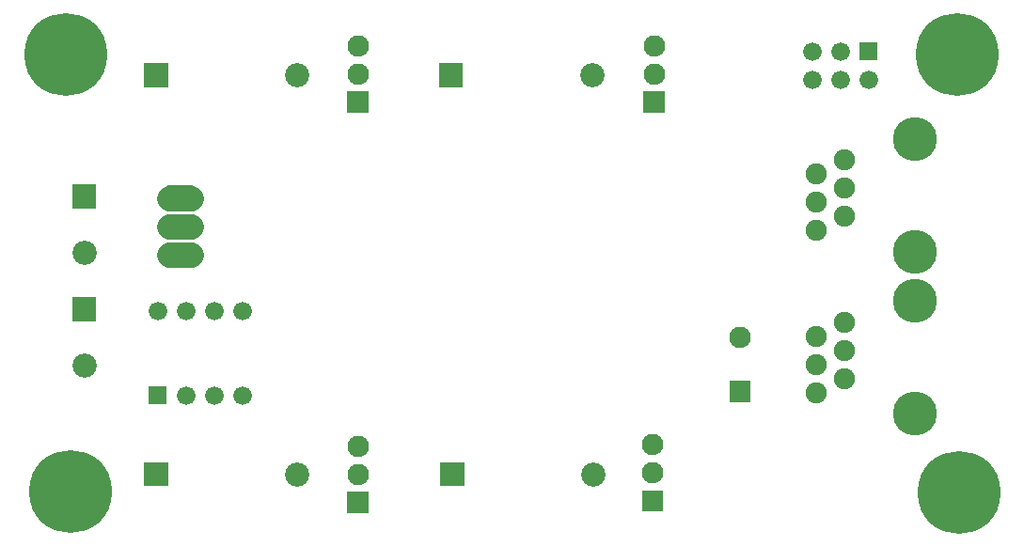
<source format=gbr>
G04 start of page 7 for group -4062 idx -4062 *
G04 Title: (unknown), soldermask *
G04 Creator: pcb 20110918 *
G04 CreationDate: Thu 28 Mar 2013 10:57:24 PM GMT UTC *
G04 For: railfan *
G04 Format: Gerber/RS-274X *
G04 PCB-Dimensions: 350000 190000 *
G04 PCB-Coordinate-Origin: lower left *
%MOIN*%
%FSLAX25Y25*%
%LNBOTTOMMASK*%
%ADD90C,0.0907*%
%ADD89C,0.0900*%
%ADD88C,0.1560*%
%ADD87C,0.0750*%
%ADD86C,0.2937*%
%ADD85C,0.0760*%
%ADD84C,0.0660*%
%ADD83C,0.0860*%
%ADD82C,0.0001*%
G54D82*G36*
X44200Y28300D02*Y19700D01*
X52800D01*
Y28300D01*
X44200D01*
G37*
G54D83*X98500Y24000D03*
G54D82*G36*
X45700Y55300D02*Y48700D01*
X52300D01*
Y55300D01*
X45700D01*
G37*
G54D84*X59000Y52000D03*
X69000D03*
X79000D03*
G54D82*G36*
X220700Y18300D02*Y10700D01*
X228300D01*
Y18300D01*
X220700D01*
G37*
G54D85*X224500Y24500D03*
Y34500D03*
G54D82*G36*
X149200Y28300D02*Y19700D01*
X157800D01*
Y28300D01*
X149200D01*
G37*
G54D83*X203500Y24000D03*
G54D86*X18000Y18000D03*
G54D82*G36*
X116200Y17800D02*Y10200D01*
X123800D01*
Y17800D01*
X116200D01*
G37*
G54D85*X120000Y24000D03*
Y34000D03*
G54D87*X282500Y53000D03*
X292500Y58000D03*
Y68000D03*
G54D88*X317500Y45500D03*
G54D86*X333000Y17500D03*
G54D82*G36*
X297700Y177300D02*Y170700D01*
X304300D01*
Y177300D01*
X297700D01*
G37*
G54D84*X291000Y174000D03*
X281000D03*
X301000Y164000D03*
X291000D03*
X281000D03*
G54D82*G36*
X221200Y159800D02*Y152200D01*
X228800D01*
Y159800D01*
X221200D01*
G37*
G54D85*X225000Y166000D03*
Y176000D03*
G54D86*X332500Y173000D03*
G54D82*G36*
X148700Y169800D02*Y161200D01*
X157300D01*
Y169800D01*
X148700D01*
G37*
G54D83*X98500Y165500D03*
G54D82*G36*
X116200Y159800D02*Y152200D01*
X123800D01*
Y159800D01*
X116200D01*
G37*
G54D85*X120000Y166000D03*
Y176000D03*
G54D83*X203000Y165500D03*
G54D82*G36*
X18700Y126800D02*Y118200D01*
X27300D01*
Y126800D01*
X18700D01*
G37*
G54D83*X23000Y102500D03*
G54D82*G36*
X18700Y86800D02*Y78200D01*
X27300D01*
Y86800D01*
X18700D01*
G37*
G54D83*X23000Y62500D03*
G54D86*X16500Y173000D03*
G54D89*X57000Y102000D03*
Y112000D03*
G54D82*G36*
X52500Y126500D02*Y117500D01*
X61500D01*
Y126500D01*
X52500D01*
G37*
G36*
X44200Y169800D02*Y161200D01*
X52800D01*
Y169800D01*
X44200D01*
G37*
G54D84*X79000Y82000D03*
X69000D03*
X59000D03*
X49000D03*
G54D87*X282500Y63000D03*
Y73000D03*
X292500Y78000D03*
G54D88*X317500Y85500D03*
G54D82*G36*
X251700Y57194D02*Y49594D01*
X259300D01*
Y57194D01*
X251700D01*
G37*
G54D85*X255500Y72606D03*
G54D87*X282500Y110500D03*
X292500Y115500D03*
X282500Y120500D03*
X292500Y125500D03*
X282500Y130500D03*
X292500Y135500D03*
G54D88*X317500Y103000D03*
Y143000D03*
G54D90*X53063Y112000D02*X60937D01*
X53063Y122000D02*X60937D01*
X53063Y102000D02*X60937D01*
M02*

</source>
